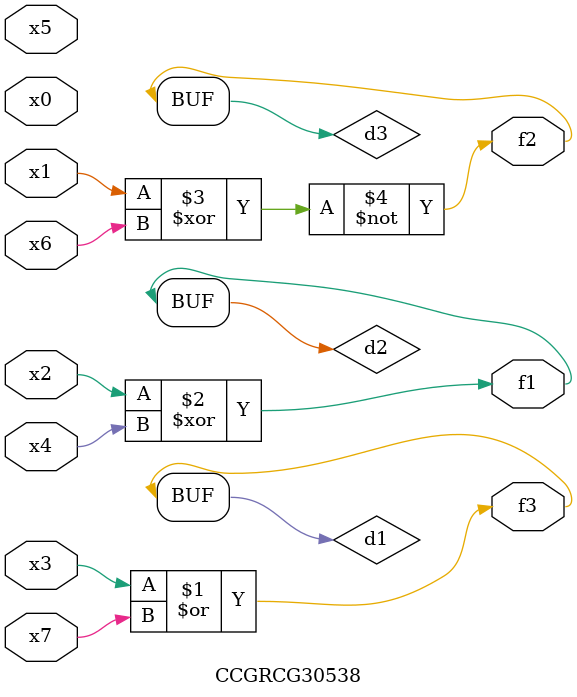
<source format=v>
module CCGRCG30538(
	input x0, x1, x2, x3, x4, x5, x6, x7,
	output f1, f2, f3
);

	wire d1, d2, d3;

	or (d1, x3, x7);
	xor (d2, x2, x4);
	xnor (d3, x1, x6);
	assign f1 = d2;
	assign f2 = d3;
	assign f3 = d1;
endmodule

</source>
